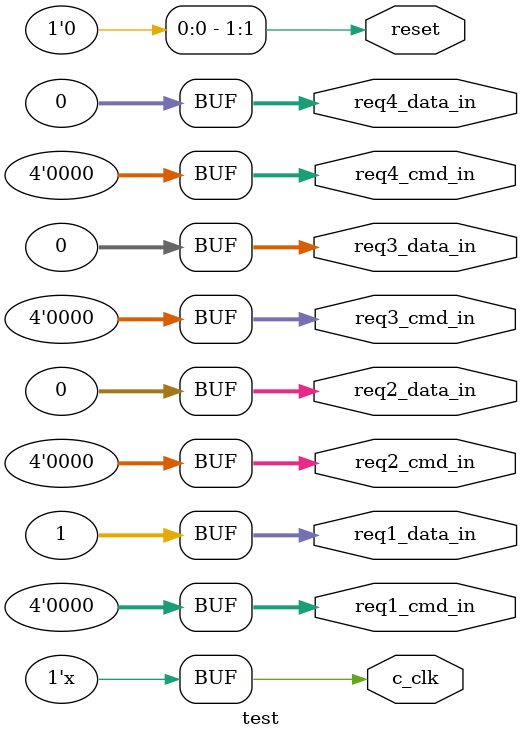
<source format=v>
module test(c_clk,req1_cmd_in,req1_data_in,req2_cmd_in,req2_data_in,req3_cmd_in,req3_data_in,req4_cmd_in,req4_data_in, reset);

  output [0:3] 	 req1_cmd_in, req2_cmd_in, req3_cmd_in, req4_cmd_in;
  output [0:31]    req1_data_in, req2_data_in, req3_data_in, req4_data_in;
  output reg 	         c_clk;
  output reg [1:7] 	 reset;

  initial begin
    req1_cmd_in = 0;
    req1_data_in = 0;
    req2_cmd_in = 0;
    req2_data_in = 0;
    req3_cmd_in = 0;
    req3_data_in = 0;
    req4_data_in = 0;
  end

  always #100 c_clk = ~c_clk;
  
  initial begin 
    // First drive reset. Driving bit 1 is enough to reset the design.
    reset[1] = 1;
    #800 
    reset[1] = 0;

    // TEST 1: 1h + 1FF_FFFFh = 200_0000 ?

    #400
    req1_cmd_in = 1;
    req1_data_in = 32'b0000_0000_0000_0000_0000_0000_0000_0001;
    req2_cmd_in = 0;
    req2_data_in = 0;
    req3_cmd_in = 0;
    req3_data_in = 0;
    req4_cmd_in = 0;
    req4_data_in = 0;

    #200
    
    req1_cmd_in = 0;
    req1_data_in = 32'b0001_1111_1111_1111_1111_1111_1111_1111;
    
    //Test 2: 
    #400
    req1_cmd_in = 1;
    req1_data_in = 32'b1111_1111_1111_1111_1111_1111_1111_1111;
    req2_cmd_in = 0;
    req2_data_in = 0;
    req3_cmd_in = 0;
    req3_data_in = 0;
    req4_cmd_in = 0;
    req4_data_in = 0;

    #200
    
    req1_cmd_in = 0;
    req1_data_in = 32'b1111_1111_1111_1111_1111_1111_1111_1111;

    //Test 3:
    #400
    req1_cmd_in = 1;
    req1_data_in = 32'b1111_1111_1111_1111_1111_1111_1111_1111;
    req2_cmd_in = 0;
    req2_data_in = 0;
    req3_cmd_in = 0;
    req3_data_in = 0;
    req4_cmd_in = 0;
    req4_data_in = 0;

    #200
    
    req1_cmd_in = 0;
    req1_data_in = 32'b0000_0000_0000_0000_0000_0000_0000_0001;
  
    //Test 4:

  end

endmodule
</source>
